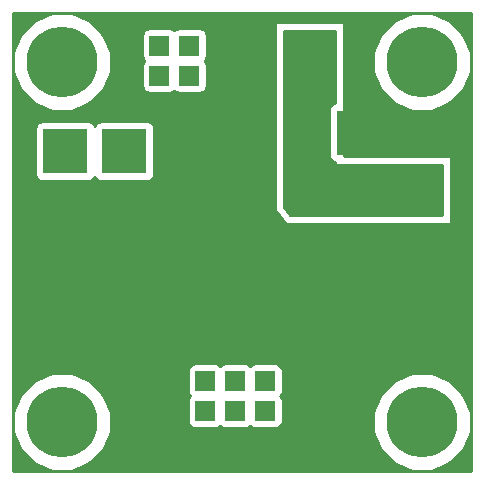
<source format=gbr>
G04 #@! TF.FileFunction,Copper,L1,Top,Signal*
%FSLAX46Y46*%
G04 Gerber Fmt 4.6, Leading zero omitted, Abs format (unit mm)*
G04 Created by KiCad (PCBNEW 0.201503110816+5502~22~ubuntu14.10.1-product) date St 11. březen 2015, 19:54:32 CET*
%MOMM*%
G01*
G04 APERTURE LIST*
%ADD10C,0.100000*%
%ADD11R,1.651000X1.651000*%
%ADD12C,6.000000*%
%ADD13R,3.810000X3.810000*%
%ADD14C,0.889000*%
%ADD15C,0.254000*%
%ADD16C,0.300000*%
G04 APERTURE END LIST*
D10*
D11*
X15875000Y34417000D03*
X15875000Y36957000D03*
X10795000Y34417000D03*
X13335000Y34417000D03*
X18415000Y34417000D03*
X18415000Y36957000D03*
X13335000Y36957000D03*
X10795000Y36957000D03*
X22288500Y6032500D03*
X22288500Y8572500D03*
X19748500Y6032500D03*
X19748500Y8572500D03*
X17208500Y6032500D03*
X17208500Y8572500D03*
X24765000Y37457000D03*
X24765000Y34917000D03*
X29845000Y37457000D03*
X27305000Y37457000D03*
X22225000Y37457000D03*
X22225000Y34917000D03*
X27305000Y34917000D03*
X29845000Y34917000D03*
D12*
X35560000Y5080000D03*
X5080000Y35560000D03*
X5080000Y5080000D03*
X35560000Y35560000D03*
D13*
X35226000Y29591000D03*
X30226000Y29591000D03*
X35226000Y24574500D03*
X30226000Y24574500D03*
X5350500Y28003500D03*
X10350500Y28003500D03*
X5350500Y22987000D03*
X10350500Y22987000D03*
D14*
X24079200Y10236200D03*
X25476200Y11607800D03*
X25450800Y10210800D03*
X18084800Y10388600D03*
X25834999Y3922050D03*
X28041600Y3860800D03*
X28244800Y10490200D03*
X32512000Y10668000D03*
X14173200Y8077200D03*
X11049000Y8153400D03*
X21844000Y28702000D03*
X18796000Y28448000D03*
X13716000Y25146000D03*
X13716000Y23368000D03*
X16510000Y24892000D03*
X16256000Y22606000D03*
X15748000Y20320000D03*
X13970000Y20828000D03*
X10922000Y20066000D03*
X11176000Y18288000D03*
X9398000Y17399000D03*
X9753600Y8610600D03*
X11150600Y2971800D03*
X12852400Y4521200D03*
X14859000Y4622800D03*
X14909800Y2032000D03*
X18415000Y2006600D03*
X21056600Y2032000D03*
X23693341Y2338341D03*
X19151600Y16789400D03*
X20701000Y16789400D03*
X19202400Y15265400D03*
X20701000Y15316200D03*
X19253200Y13665200D03*
X20650200Y13563600D03*
D15*
X25450800Y10210800D02*
X25450800Y11582400D01*
X25450800Y11582400D02*
X25476200Y11607800D01*
X25277050Y3922050D02*
X25834999Y3922050D01*
X23693341Y2338341D02*
X25277050Y3922050D01*
X27980350Y3922050D02*
X28041600Y3860800D01*
X25834999Y3922050D02*
X27980350Y3922050D01*
X32334200Y10490200D02*
X32512000Y10668000D01*
X28244800Y10490200D02*
X32334200Y10490200D01*
X11049000Y8153400D02*
X14097000Y8153400D01*
X14097000Y8153400D02*
X14173200Y8077200D01*
X18796000Y28448000D02*
X21590000Y28448000D01*
X21590000Y28448000D02*
X21844000Y28702000D01*
X13716000Y23368000D02*
X13716000Y25146000D01*
X16256000Y22606000D02*
X16256000Y24638000D01*
X16256000Y24638000D02*
X16510000Y24892000D01*
X13970000Y20828000D02*
X15240000Y20828000D01*
X15240000Y20828000D02*
X15748000Y20320000D01*
X11176000Y18288000D02*
X11176000Y19812000D01*
X11176000Y19812000D02*
X10922000Y20066000D01*
D16*
X9398000Y17399000D02*
X9398000Y8966200D01*
X9398000Y8966200D02*
X9753600Y8610600D01*
D15*
X11303000Y2971800D02*
X12852400Y4521200D01*
X11150600Y2971800D02*
X11303000Y2971800D01*
X14859000Y2082800D02*
X14909800Y2032000D01*
X14859000Y4622800D02*
X14859000Y2082800D01*
X21031200Y2006600D02*
X21056600Y2032000D01*
X18415000Y2006600D02*
X21031200Y2006600D01*
X19151600Y16789400D02*
X20701000Y16789400D01*
X20650200Y15265400D02*
X20701000Y15316200D01*
X19202400Y15265400D02*
X20650200Y15265400D01*
X20548600Y13665200D02*
X20650200Y13563600D01*
X19253200Y13665200D02*
X20548600Y13665200D01*
G36*
X37274139Y26847800D02*
X37262160Y22631400D01*
X24417931Y22631400D01*
X23876000Y23279122D01*
X23876000Y38219223D01*
X28168600Y38226776D01*
X28168600Y32113872D01*
X28078877Y32096463D01*
X27866073Y31956673D01*
X27723623Y31745640D01*
X27673560Y31496000D01*
X27673560Y27686000D01*
X27720537Y27443877D01*
X27860327Y27231073D01*
X28071360Y27088623D01*
X28168600Y27069123D01*
X28168600Y26847800D01*
X37274139Y26847800D01*
X37274139Y26847800D01*
G37*
X37274139Y26847800D02*
X37262160Y22631400D01*
X24417931Y22631400D01*
X23876000Y23279122D01*
X23876000Y38219223D01*
X28168600Y38226776D01*
X28168600Y32113872D01*
X28078877Y32096463D01*
X27866073Y31956673D01*
X27723623Y31745640D01*
X27673560Y31496000D01*
X27673560Y27686000D01*
X27720537Y27443877D01*
X27860327Y27231073D01*
X28071360Y27088623D01*
X28168600Y27069123D01*
X28168600Y26847800D01*
X37274139Y26847800D01*
G36*
X39699000Y941000D02*
X39687715Y941000D01*
X39687715Y5897310D01*
X39687715Y36377310D01*
X39060741Y37894704D01*
X37900810Y39056660D01*
X36384513Y39686282D01*
X34742690Y39687715D01*
X33225296Y39060741D01*
X32063340Y37900810D01*
X31433718Y36384513D01*
X31432285Y34742690D01*
X32059259Y33225296D01*
X33219190Y32063340D01*
X34735487Y31433718D01*
X36377310Y31432285D01*
X37894704Y32059259D01*
X39056660Y33219190D01*
X39686282Y34735487D01*
X39687715Y36377310D01*
X39687715Y5897310D01*
X39060741Y7414704D01*
X38038307Y8438922D01*
X38038307Y27609800D01*
X28930600Y27609800D01*
X28930600Y38990118D01*
X23114000Y38979884D01*
X23114000Y23002391D01*
X24061943Y21869400D01*
X38021999Y21869400D01*
X38038307Y27609800D01*
X38038307Y8438922D01*
X37900810Y8576660D01*
X36384513Y9206282D01*
X34742690Y9207715D01*
X33225296Y8580741D01*
X32063340Y7420810D01*
X31433718Y5904513D01*
X31432285Y4262690D01*
X32059259Y2745296D01*
X33219190Y1583340D01*
X34735487Y953718D01*
X36377310Y952285D01*
X37894704Y1579259D01*
X39056660Y2739190D01*
X39686282Y4255487D01*
X39687715Y5897310D01*
X39687715Y941000D01*
X23761440Y941000D01*
X23761440Y5207000D01*
X23761440Y6858000D01*
X23714463Y7100123D01*
X23580694Y7303761D01*
X23711377Y7497360D01*
X23761440Y7747000D01*
X23761440Y9398000D01*
X23714463Y9640123D01*
X23574673Y9852927D01*
X23363640Y9995377D01*
X23114000Y10045440D01*
X21463000Y10045440D01*
X21220877Y9998463D01*
X21017239Y9864695D01*
X20823640Y9995377D01*
X20574000Y10045440D01*
X18923000Y10045440D01*
X18680877Y9998463D01*
X18477239Y9864695D01*
X18283640Y9995377D01*
X18034000Y10045440D01*
X17347940Y10045440D01*
X17347940Y33591500D01*
X17347940Y35242500D01*
X17300963Y35484623D01*
X17167194Y35688261D01*
X17297877Y35881860D01*
X17347940Y36131500D01*
X17347940Y37782500D01*
X17300963Y38024623D01*
X17161173Y38237427D01*
X16950140Y38379877D01*
X16700500Y38429940D01*
X15049500Y38429940D01*
X14807377Y38382963D01*
X14603739Y38249195D01*
X14410140Y38379877D01*
X14160500Y38429940D01*
X12509500Y38429940D01*
X12267377Y38382963D01*
X12054573Y38243173D01*
X11912123Y38032140D01*
X11862060Y37782500D01*
X11862060Y36131500D01*
X11909037Y35889377D01*
X12042805Y35685740D01*
X11912123Y35492140D01*
X11862060Y35242500D01*
X11862060Y33591500D01*
X11909037Y33349377D01*
X12048827Y33136573D01*
X12259860Y32994123D01*
X12509500Y32944060D01*
X14160500Y32944060D01*
X14402623Y32991037D01*
X14606260Y33124806D01*
X14799860Y32994123D01*
X15049500Y32944060D01*
X16700500Y32944060D01*
X16942623Y32991037D01*
X17155427Y33130827D01*
X17297877Y33341860D01*
X17347940Y33591500D01*
X17347940Y10045440D01*
X16383000Y10045440D01*
X16140877Y9998463D01*
X15928073Y9858673D01*
X15785623Y9647640D01*
X15735560Y9398000D01*
X15735560Y7747000D01*
X15782537Y7504877D01*
X15916305Y7301240D01*
X15785623Y7107640D01*
X15735560Y6858000D01*
X15735560Y5207000D01*
X15782537Y4964877D01*
X15922327Y4752073D01*
X16133360Y4609623D01*
X16383000Y4559560D01*
X18034000Y4559560D01*
X18276123Y4606537D01*
X18479760Y4740306D01*
X18673360Y4609623D01*
X18923000Y4559560D01*
X20574000Y4559560D01*
X20816123Y4606537D01*
X21019760Y4740306D01*
X21213360Y4609623D01*
X21463000Y4559560D01*
X23114000Y4559560D01*
X23356123Y4606537D01*
X23568927Y4746327D01*
X23711377Y4957360D01*
X23761440Y5207000D01*
X23761440Y941000D01*
X12902940Y941000D01*
X12902940Y26098500D01*
X12902940Y29908500D01*
X12855963Y30150623D01*
X12716173Y30363427D01*
X12505140Y30505877D01*
X12255500Y30555940D01*
X9207715Y30555940D01*
X9207715Y36377310D01*
X8580741Y37894704D01*
X7420810Y39056660D01*
X5904513Y39686282D01*
X4262690Y39687715D01*
X2745296Y39060741D01*
X1583340Y37900810D01*
X953718Y36384513D01*
X952285Y34742690D01*
X1579259Y33225296D01*
X2739190Y32063340D01*
X4255487Y31433718D01*
X5897310Y31432285D01*
X7414704Y32059259D01*
X8576660Y33219190D01*
X9206282Y34735487D01*
X9207715Y36377310D01*
X9207715Y30555940D01*
X8445500Y30555940D01*
X8203377Y30508963D01*
X7990573Y30369173D01*
X7849593Y30160319D01*
X7716173Y30363427D01*
X7505140Y30505877D01*
X7255500Y30555940D01*
X3445500Y30555940D01*
X3203377Y30508963D01*
X2990573Y30369173D01*
X2848123Y30158140D01*
X2798060Y29908500D01*
X2798060Y26098500D01*
X2845037Y25856377D01*
X2984827Y25643573D01*
X3195860Y25501123D01*
X3445500Y25451060D01*
X7255500Y25451060D01*
X7497623Y25498037D01*
X7710427Y25637827D01*
X7851406Y25846682D01*
X7984827Y25643573D01*
X8195860Y25501123D01*
X8445500Y25451060D01*
X12255500Y25451060D01*
X12497623Y25498037D01*
X12710427Y25637827D01*
X12852877Y25848860D01*
X12902940Y26098500D01*
X12902940Y941000D01*
X9207715Y941000D01*
X9207715Y5897310D01*
X8580741Y7414704D01*
X7420810Y8576660D01*
X5904513Y9206282D01*
X4262690Y9207715D01*
X2745296Y8580741D01*
X1583340Y7420810D01*
X953718Y5904513D01*
X952285Y4262690D01*
X1579259Y2745296D01*
X2739190Y1583340D01*
X4255487Y953718D01*
X5897310Y952285D01*
X7414704Y1579259D01*
X8576660Y2739190D01*
X9206282Y4255487D01*
X9207715Y5897310D01*
X9207715Y941000D01*
X941000Y941000D01*
X941000Y39699000D01*
X39699000Y39699000D01*
X39699000Y941000D01*
X39699000Y941000D01*
G37*
X39699000Y941000D02*
X39687715Y941000D01*
X39687715Y5897310D01*
X39687715Y36377310D01*
X39060741Y37894704D01*
X37900810Y39056660D01*
X36384513Y39686282D01*
X34742690Y39687715D01*
X33225296Y39060741D01*
X32063340Y37900810D01*
X31433718Y36384513D01*
X31432285Y34742690D01*
X32059259Y33225296D01*
X33219190Y32063340D01*
X34735487Y31433718D01*
X36377310Y31432285D01*
X37894704Y32059259D01*
X39056660Y33219190D01*
X39686282Y34735487D01*
X39687715Y36377310D01*
X39687715Y5897310D01*
X39060741Y7414704D01*
X38038307Y8438922D01*
X38038307Y27609800D01*
X28930600Y27609800D01*
X28930600Y38990118D01*
X23114000Y38979884D01*
X23114000Y23002391D01*
X24061943Y21869400D01*
X38021999Y21869400D01*
X38038307Y27609800D01*
X38038307Y8438922D01*
X37900810Y8576660D01*
X36384513Y9206282D01*
X34742690Y9207715D01*
X33225296Y8580741D01*
X32063340Y7420810D01*
X31433718Y5904513D01*
X31432285Y4262690D01*
X32059259Y2745296D01*
X33219190Y1583340D01*
X34735487Y953718D01*
X36377310Y952285D01*
X37894704Y1579259D01*
X39056660Y2739190D01*
X39686282Y4255487D01*
X39687715Y5897310D01*
X39687715Y941000D01*
X23761440Y941000D01*
X23761440Y5207000D01*
X23761440Y6858000D01*
X23714463Y7100123D01*
X23580694Y7303761D01*
X23711377Y7497360D01*
X23761440Y7747000D01*
X23761440Y9398000D01*
X23714463Y9640123D01*
X23574673Y9852927D01*
X23363640Y9995377D01*
X23114000Y10045440D01*
X21463000Y10045440D01*
X21220877Y9998463D01*
X21017239Y9864695D01*
X20823640Y9995377D01*
X20574000Y10045440D01*
X18923000Y10045440D01*
X18680877Y9998463D01*
X18477239Y9864695D01*
X18283640Y9995377D01*
X18034000Y10045440D01*
X17347940Y10045440D01*
X17347940Y33591500D01*
X17347940Y35242500D01*
X17300963Y35484623D01*
X17167194Y35688261D01*
X17297877Y35881860D01*
X17347940Y36131500D01*
X17347940Y37782500D01*
X17300963Y38024623D01*
X17161173Y38237427D01*
X16950140Y38379877D01*
X16700500Y38429940D01*
X15049500Y38429940D01*
X14807377Y38382963D01*
X14603739Y38249195D01*
X14410140Y38379877D01*
X14160500Y38429940D01*
X12509500Y38429940D01*
X12267377Y38382963D01*
X12054573Y38243173D01*
X11912123Y38032140D01*
X11862060Y37782500D01*
X11862060Y36131500D01*
X11909037Y35889377D01*
X12042805Y35685740D01*
X11912123Y35492140D01*
X11862060Y35242500D01*
X11862060Y33591500D01*
X11909037Y33349377D01*
X12048827Y33136573D01*
X12259860Y32994123D01*
X12509500Y32944060D01*
X14160500Y32944060D01*
X14402623Y32991037D01*
X14606260Y33124806D01*
X14799860Y32994123D01*
X15049500Y32944060D01*
X16700500Y32944060D01*
X16942623Y32991037D01*
X17155427Y33130827D01*
X17297877Y33341860D01*
X17347940Y33591500D01*
X17347940Y10045440D01*
X16383000Y10045440D01*
X16140877Y9998463D01*
X15928073Y9858673D01*
X15785623Y9647640D01*
X15735560Y9398000D01*
X15735560Y7747000D01*
X15782537Y7504877D01*
X15916305Y7301240D01*
X15785623Y7107640D01*
X15735560Y6858000D01*
X15735560Y5207000D01*
X15782537Y4964877D01*
X15922327Y4752073D01*
X16133360Y4609623D01*
X16383000Y4559560D01*
X18034000Y4559560D01*
X18276123Y4606537D01*
X18479760Y4740306D01*
X18673360Y4609623D01*
X18923000Y4559560D01*
X20574000Y4559560D01*
X20816123Y4606537D01*
X21019760Y4740306D01*
X21213360Y4609623D01*
X21463000Y4559560D01*
X23114000Y4559560D01*
X23356123Y4606537D01*
X23568927Y4746327D01*
X23711377Y4957360D01*
X23761440Y5207000D01*
X23761440Y941000D01*
X12902940Y941000D01*
X12902940Y26098500D01*
X12902940Y29908500D01*
X12855963Y30150623D01*
X12716173Y30363427D01*
X12505140Y30505877D01*
X12255500Y30555940D01*
X9207715Y30555940D01*
X9207715Y36377310D01*
X8580741Y37894704D01*
X7420810Y39056660D01*
X5904513Y39686282D01*
X4262690Y39687715D01*
X2745296Y39060741D01*
X1583340Y37900810D01*
X953718Y36384513D01*
X952285Y34742690D01*
X1579259Y33225296D01*
X2739190Y32063340D01*
X4255487Y31433718D01*
X5897310Y31432285D01*
X7414704Y32059259D01*
X8576660Y33219190D01*
X9206282Y34735487D01*
X9207715Y36377310D01*
X9207715Y30555940D01*
X8445500Y30555940D01*
X8203377Y30508963D01*
X7990573Y30369173D01*
X7849593Y30160319D01*
X7716173Y30363427D01*
X7505140Y30505877D01*
X7255500Y30555940D01*
X3445500Y30555940D01*
X3203377Y30508963D01*
X2990573Y30369173D01*
X2848123Y30158140D01*
X2798060Y29908500D01*
X2798060Y26098500D01*
X2845037Y25856377D01*
X2984827Y25643573D01*
X3195860Y25501123D01*
X3445500Y25451060D01*
X7255500Y25451060D01*
X7497623Y25498037D01*
X7710427Y25637827D01*
X7851406Y25846682D01*
X7984827Y25643573D01*
X8195860Y25501123D01*
X8445500Y25451060D01*
X12255500Y25451060D01*
X12497623Y25498037D01*
X12710427Y25637827D01*
X12852877Y25848860D01*
X12902940Y26098500D01*
X12902940Y941000D01*
X9207715Y941000D01*
X9207715Y5897310D01*
X8580741Y7414704D01*
X7420810Y8576660D01*
X5904513Y9206282D01*
X4262690Y9207715D01*
X2745296Y8580741D01*
X1583340Y7420810D01*
X953718Y5904513D01*
X952285Y4262690D01*
X1579259Y2745296D01*
X2739190Y1583340D01*
X4255487Y953718D01*
X5897310Y952285D01*
X7414704Y1579259D01*
X8576660Y2739190D01*
X9206282Y4255487D01*
X9207715Y5897310D01*
X9207715Y941000D01*
X941000Y941000D01*
X941000Y39699000D01*
X39699000Y39699000D01*
X39699000Y941000D01*
M02*

</source>
